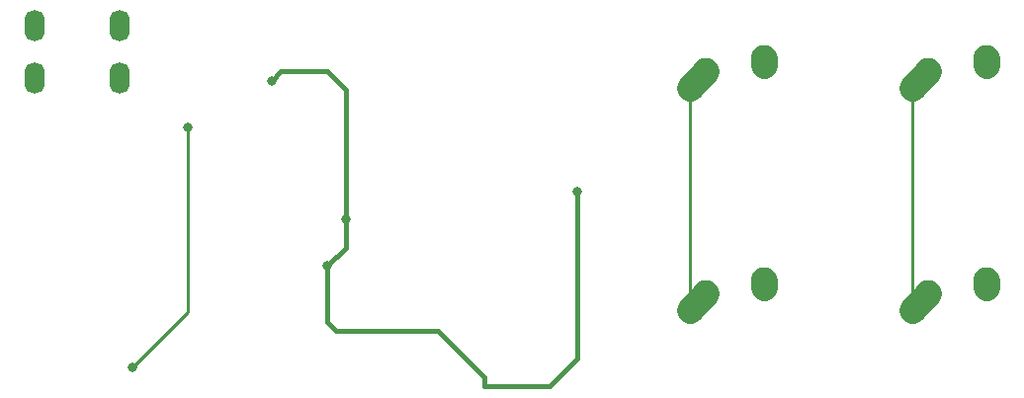
<source format=gbr>
G04 #@! TF.GenerationSoftware,KiCad,Pcbnew,(5.1.4-0-10_14)*
G04 #@! TF.CreationDate,2020-08-22T16:13:25+02:00*
G04 #@! TF.ProjectId,keyboard-pcb-tutorial,6b657962-6f61-4726-942d-7063622d7475,rev?*
G04 #@! TF.SameCoordinates,Original*
G04 #@! TF.FileFunction,Copper,L1,Top*
G04 #@! TF.FilePolarity,Positive*
%FSLAX46Y46*%
G04 Gerber Fmt 4.6, Leading zero omitted, Abs format (unit mm)*
G04 Created by KiCad (PCBNEW (5.1.4-0-10_14)) date 2020-08-22 16:13:25*
%MOMM*%
%LPD*%
G04 APERTURE LIST*
%ADD10C,2.250000*%
%ADD11C,2.250000*%
%ADD12O,1.700000X2.700000*%
%ADD13C,0.800000*%
%ADD14C,0.381000*%
%ADD15C,0.254000*%
G04 APERTURE END LIST*
D10*
X197525000Y-151575000D03*
X196870001Y-152305000D03*
D11*
X196215000Y-153035000D02*
X197525002Y-151575000D01*
D10*
X202565000Y-150495000D03*
X202545000Y-150785000D03*
D11*
X202525000Y-151075000D02*
X202565000Y-150495000D01*
D10*
X197525000Y-132525000D03*
X196870001Y-133255000D03*
D11*
X196215000Y-133985000D02*
X197525002Y-132525000D01*
D10*
X202565000Y-131445000D03*
X202545000Y-131735000D03*
D11*
X202525000Y-132025000D02*
X202565000Y-131445000D01*
D12*
X140018750Y-128587500D03*
X147318750Y-128587500D03*
X147318750Y-133087500D03*
X140018750Y-133087500D03*
D10*
X216575000Y-151575000D03*
X215920001Y-152305000D03*
D11*
X215265000Y-153035000D02*
X216575002Y-151575000D01*
D10*
X221615000Y-150495000D03*
X221595000Y-150785000D03*
D11*
X221575000Y-151075000D02*
X221615000Y-150495000D01*
D10*
X216575000Y-132525000D03*
X215920001Y-133255000D03*
D11*
X215265000Y-133985000D02*
X216575002Y-132525000D01*
D10*
X221615000Y-131445000D03*
X221595000Y-131735000D03*
D11*
X221575000Y-132025000D02*
X221615000Y-131445000D01*
D13*
X165100000Y-149225000D03*
X166687500Y-145256250D03*
X160337500Y-133350000D03*
X186531250Y-142875000D03*
X148431250Y-157956250D03*
X153193750Y-137318750D03*
D14*
X165100000Y-149225000D02*
X166687500Y-147637500D01*
X166687500Y-145256250D02*
X166687500Y-147637500D01*
X166687500Y-145256250D02*
X166687500Y-144086308D01*
X166687500Y-144086308D02*
X166687500Y-134143750D01*
X166687500Y-134143750D02*
X165100000Y-132556250D01*
X165100000Y-132556250D02*
X161925000Y-132556250D01*
X161925000Y-132556250D02*
X161131250Y-132556250D01*
X161131250Y-132556250D02*
X160337500Y-133350000D01*
X186531250Y-142875000D02*
X186531250Y-157162500D01*
X186531250Y-157162500D02*
X184150000Y-159543750D01*
X184150000Y-159543750D02*
X178593750Y-159543750D01*
X178593750Y-159543750D02*
X178593750Y-158750000D01*
X178593750Y-158750000D02*
X174625000Y-154781250D01*
X174625000Y-154781250D02*
X165893750Y-154781250D01*
X165100000Y-153987500D02*
X165100000Y-149225000D01*
X165893750Y-154781250D02*
X165100000Y-153987500D01*
D15*
X196215000Y-150265000D02*
X196215000Y-153035000D01*
X196215000Y-133985000D02*
X196215000Y-150265000D01*
X215265000Y-133985000D02*
X215265000Y-153035000D01*
X153193750Y-153193750D02*
X153193750Y-137318750D01*
X148431250Y-157956250D02*
X153193750Y-153193750D01*
M02*

</source>
